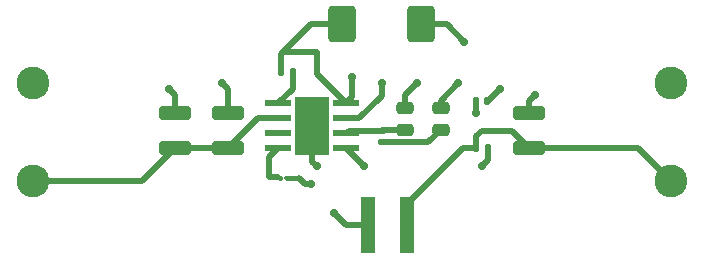
<source format=gtl>
%TF.GenerationSoftware,KiCad,Pcbnew,9.0.4*%
%TF.CreationDate,2025-09-24T03:04:27+03:00*%
%TF.ProjectId,TPS54331DDAR_Buck_converter,54505335-3433-4333-9144-4441525f4275,rev?*%
%TF.SameCoordinates,Original*%
%TF.FileFunction,Copper,L1,Top*%
%TF.FilePolarity,Positive*%
%FSLAX46Y46*%
G04 Gerber Fmt 4.6, Leading zero omitted, Abs format (unit mm)*
G04 Created by KiCad (PCBNEW 9.0.4) date 2025-09-24 03:04:27*
%MOMM*%
%LPD*%
G01*
G04 APERTURE LIST*
G04 Aperture macros list*
%AMRoundRect*
0 Rectangle with rounded corners*
0 $1 Rounding radius*
0 $2 $3 $4 $5 $6 $7 $8 $9 X,Y pos of 4 corners*
0 Add a 4 corners polygon primitive as box body*
4,1,4,$2,$3,$4,$5,$6,$7,$8,$9,$2,$3,0*
0 Add four circle primitives for the rounded corners*
1,1,$1+$1,$2,$3*
1,1,$1+$1,$4,$5*
1,1,$1+$1,$6,$7*
1,1,$1+$1,$8,$9*
0 Add four rect primitives between the rounded corners*
20,1,$1+$1,$2,$3,$4,$5,0*
20,1,$1+$1,$4,$5,$6,$7,0*
20,1,$1+$1,$6,$7,$8,$9,0*
20,1,$1+$1,$8,$9,$2,$3,0*%
G04 Aperture macros list end*
%TA.AperFunction,SMDPad,CuDef*%
%ADD10RoundRect,0.250000X1.100000X-0.325000X1.100000X0.325000X-1.100000X0.325000X-1.100000X-0.325000X0*%
%TD*%
%TA.AperFunction,SMDPad,CuDef*%
%ADD11RoundRect,0.100000X-0.130000X-0.100000X0.130000X-0.100000X0.130000X0.100000X-0.130000X0.100000X0*%
%TD*%
%TA.AperFunction,SMDPad,CuDef*%
%ADD12RoundRect,0.140000X-0.140000X-0.170000X0.140000X-0.170000X0.140000X0.170000X-0.140000X0.170000X0*%
%TD*%
%TA.AperFunction,ComponentPad*%
%ADD13C,2.775000*%
%TD*%
%TA.AperFunction,SMDPad,CuDef*%
%ADD14RoundRect,0.140000X-0.170000X0.140000X-0.170000X-0.140000X0.170000X-0.140000X0.170000X0.140000X0*%
%TD*%
%TA.AperFunction,SMDPad,CuDef*%
%ADD15R,2.200000X0.500000*%
%TD*%
%TA.AperFunction,SMDPad,CuDef*%
%ADD16RoundRect,0.025000X-1.075000X-0.225000X1.075000X-0.225000X1.075000X0.225000X-1.075000X0.225000X0*%
%TD*%
%TA.AperFunction,SMDPad,CuDef*%
%ADD17R,2.950000X4.900000*%
%TD*%
%TA.AperFunction,ComponentPad*%
%ADD18C,0.430000*%
%TD*%
%TA.AperFunction,SMDPad,CuDef*%
%ADD19RoundRect,0.250000X0.475000X-0.250000X0.475000X0.250000X-0.475000X0.250000X-0.475000X-0.250000X0*%
%TD*%
%TA.AperFunction,SMDPad,CuDef*%
%ADD20R,1.180000X4.700000*%
%TD*%
%TA.AperFunction,SMDPad,CuDef*%
%ADD21RoundRect,0.291250X-0.873750X-1.243750X0.873750X-1.243750X0.873750X1.243750X-0.873750X1.243750X0*%
%TD*%
%TA.AperFunction,ViaPad*%
%ADD22C,0.700000*%
%TD*%
%TA.AperFunction,Conductor*%
%ADD23C,0.500000*%
%TD*%
%TA.AperFunction,Conductor*%
%ADD24C,0.400000*%
%TD*%
G04 APERTURE END LIST*
D10*
%TO.P,Cin2,1*%
%TO.N,VIN*%
X121000000Y-78975000D03*
%TO.P,Cin2,2*%
%TO.N,GND*%
X121000000Y-76025000D03*
%TD*%
D11*
%TO.P,Css1,1*%
%TO.N,Net-(U1-SS)*%
X125360000Y-81500000D03*
%TO.P,Css1,2*%
%TO.N,GND*%
X126000000Y-81500000D03*
%TD*%
D12*
%TO.P,Cboot1,1*%
%TO.N,Net-(U1-PH)*%
X125520000Y-72500000D03*
%TO.P,Cboot1,2*%
%TO.N,Net-(U1-BOOT)*%
X126480000Y-72500000D03*
%TD*%
D13*
%TO.P,J2,1,Pin_1*%
%TO.N,GND*%
X158500000Y-73500000D03*
%TO.P,J2,2,Pin_2*%
%TO.N,VOUT*%
X158500000Y-81750000D03*
%TD*%
D10*
%TO.P,Cout1,1*%
%TO.N,VOUT*%
X146500000Y-78975000D03*
%TO.P,Cout1,2*%
%TO.N,GND*%
X146500000Y-76025000D03*
%TD*%
D14*
%TO.P,Rcomp1,1*%
%TO.N,/COMP*%
X134000000Y-77520000D03*
%TO.P,Rcomp1,2*%
%TO.N,Net-(Ccomp2-Pad1)*%
X134000000Y-78480000D03*
%TD*%
D15*
%TO.P,U1,1,BOOT*%
%TO.N,Net-(U1-BOOT)*%
X125250000Y-75190000D03*
%TO.P,U1,2,VIN*%
%TO.N,VIN*%
X125250000Y-76460000D03*
%TO.P,U1,3,EN*%
%TO.N,unconnected-(U1-EN-Pad3)*%
X125250000Y-77730000D03*
%TO.P,U1,4,SS*%
%TO.N,Net-(U1-SS)*%
X125250000Y-79000000D03*
D16*
%TO.P,U1,5,VSENSE*%
%TO.N,/VFB*%
X131000000Y-79000000D03*
%TO.P,U1,6,COMP*%
%TO.N,/COMP*%
X131000000Y-77730000D03*
%TO.P,U1,7,GND*%
%TO.N,GND*%
X131000000Y-76460000D03*
%TO.P,U1,8,PH*%
%TO.N,Net-(U1-PH)*%
X131000000Y-75190000D03*
D17*
%TO.P,U1,9,POWERPAD*%
%TO.N,GND*%
X128125000Y-77095000D03*
D18*
%TO.P,U1,10*%
%TO.N,N/C*%
X127475000Y-75795000D03*
%TO.P,U1,11*%
X128775000Y-75795000D03*
%TO.P,U1,12*%
X127475000Y-77095000D03*
%TO.P,U1,13*%
X128775000Y-77095000D03*
%TO.P,U1,14*%
X127475000Y-78395000D03*
%TO.P,U1,15*%
X128775000Y-78395000D03*
%TD*%
D12*
%TO.P,Rfbt1,1*%
%TO.N,VOUT*%
X142020000Y-79000000D03*
%TO.P,Rfbt1,2*%
%TO.N,/VFB*%
X142980000Y-79000000D03*
%TD*%
D10*
%TO.P,Cin1,1*%
%TO.N,VIN*%
X116500000Y-78950000D03*
%TO.P,Cin1,2*%
%TO.N,GND*%
X116500000Y-76000000D03*
%TD*%
D12*
%TO.P,Rfbb1,1*%
%TO.N,/VFB*%
X142000000Y-75000000D03*
%TO.P,Rfbb1,2*%
%TO.N,GND*%
X142960000Y-75000000D03*
%TD*%
D19*
%TO.P,Ccomp1,1*%
%TO.N,/COMP*%
X136000000Y-77450000D03*
%TO.P,Ccomp1,2*%
%TO.N,GND*%
X136000000Y-75550000D03*
%TD*%
D20*
%TO.P,L1,1,1*%
%TO.N,Net-(U1-PH)*%
X132845000Y-85500000D03*
%TO.P,L1,2,2*%
%TO.N,VOUT*%
X136155000Y-85500000D03*
%TD*%
D13*
%TO.P,J1,1,Pin_1*%
%TO.N,VIN*%
X104500000Y-81750000D03*
%TO.P,J1,2,Pin_2*%
%TO.N,GND*%
X104500000Y-73500000D03*
%TD*%
D19*
%TO.P,Ccomp2,1*%
%TO.N,Net-(Ccomp2-Pad1)*%
X139000000Y-77450000D03*
%TO.P,Ccomp2,2*%
%TO.N,GND*%
X139000000Y-75550000D03*
%TD*%
D21*
%TO.P,D1,A*%
%TO.N,GND*%
X137365000Y-68500000D03*
%TO.P,D1,C*%
%TO.N,Net-(U1-PH)*%
X130635000Y-68500000D03*
%TD*%
D22*
%TO.N,Net-(U1-PH)*%
X131500000Y-73000000D03*
X130000000Y-84500000D03*
%TO.N,GND*%
X137000000Y-73500000D03*
X144000000Y-74000000D03*
X147000000Y-74500000D03*
X128500000Y-80500000D03*
X134000000Y-73500000D03*
X140500000Y-73500000D03*
X120500000Y-73500000D03*
X128000000Y-82000000D03*
X141000000Y-70000000D03*
X116000000Y-74000000D03*
%TO.N,/VFB*%
X142500000Y-80500000D03*
X132500000Y-80500000D03*
X142000000Y-76000000D03*
%TD*%
D23*
%TO.N,Net-(U1-PH)*%
X130635000Y-68500000D02*
X128000000Y-68500000D01*
X125520000Y-72500000D02*
X125520000Y-72190001D01*
X131500000Y-74690000D02*
X131000000Y-75190000D01*
X131500000Y-73000000D02*
X131500000Y-74690000D01*
X128500000Y-72690000D02*
X131000000Y-75190000D01*
X132845000Y-85500000D02*
X131000000Y-85500000D01*
X125520000Y-72190001D02*
X125520000Y-70980000D01*
X125520000Y-70980000D02*
X125645000Y-70855000D01*
X131000000Y-85500000D02*
X130000000Y-84500000D01*
X128000000Y-68500000D02*
X125520000Y-70980000D01*
X125645000Y-70855000D02*
X128500000Y-70855000D01*
X128500000Y-70855000D02*
X128500000Y-72690000D01*
%TO.N,Net-(U1-BOOT)*%
X126480000Y-73960000D02*
X125250000Y-75190000D01*
X126480000Y-72500000D02*
X126480000Y-73960000D01*
%TO.N,/COMP*%
X136000000Y-77450000D02*
X134070000Y-77450000D01*
X134070000Y-77450000D02*
X134000000Y-77520000D01*
X134000000Y-77520000D02*
X131210000Y-77520000D01*
X131210000Y-77520000D02*
X131000000Y-77730000D01*
%TO.N,GND*%
X116500000Y-74500000D02*
X116000000Y-74000000D01*
X137365000Y-68500000D02*
X139500000Y-68500000D01*
X136000000Y-74500000D02*
X137000000Y-73500000D01*
X131000000Y-76460000D02*
X132100000Y-76460000D01*
X142960000Y-75000000D02*
X143000000Y-75000000D01*
X128125000Y-80125000D02*
X128500000Y-80500000D01*
D24*
X126000000Y-81500000D02*
X127000000Y-81500000D01*
D23*
X121000000Y-74000000D02*
X120500000Y-73500000D01*
X128000000Y-82000000D02*
X127500000Y-82000000D01*
X116500000Y-76000000D02*
X116500000Y-74500000D01*
X146500000Y-75000000D02*
X147000000Y-74500000D01*
X121000000Y-76025000D02*
X121000000Y-74000000D01*
X128125000Y-77095000D02*
X128125000Y-80125000D01*
X146500000Y-76025000D02*
X146500000Y-75000000D01*
X139500000Y-68500000D02*
X141000000Y-70000000D01*
X139000000Y-75550000D02*
X139000000Y-75000000D01*
X127500000Y-82000000D02*
X127000000Y-81500000D01*
X134000000Y-74560000D02*
X134000000Y-73500000D01*
X143000000Y-75000000D02*
X144000000Y-74000000D01*
X132100000Y-76460000D02*
X134000000Y-74560000D01*
X139000000Y-75000000D02*
X140500000Y-73500000D01*
X136000000Y-75550000D02*
X136000000Y-74500000D01*
%TO.N,Net-(Ccomp2-Pad1)*%
X139000000Y-77450000D02*
X137970000Y-78480000D01*
X137970000Y-78480000D02*
X134000000Y-78480000D01*
%TO.N,VIN*%
X123515000Y-76460000D02*
X125250000Y-76460000D01*
X121000000Y-78975000D02*
X123515000Y-76460000D01*
X104500000Y-81750000D02*
X113700000Y-81750000D01*
X113700000Y-81750000D02*
X116500000Y-78950000D01*
X116500000Y-78950000D02*
X120975000Y-78950000D01*
X120975000Y-78950000D02*
X121000000Y-78975000D01*
%TO.N,VOUT*%
X142500000Y-77500000D02*
X145025000Y-77500000D01*
X145025000Y-77500000D02*
X146500000Y-78975000D01*
X146500000Y-78975000D02*
X155725000Y-78975000D01*
X142020000Y-77980000D02*
X142500000Y-77500000D01*
X155725000Y-78975000D02*
X158500000Y-81750000D01*
X142020000Y-79000000D02*
X142020000Y-77980000D01*
X140895000Y-79000000D02*
X142020000Y-79000000D01*
X136155000Y-83740000D02*
X140895000Y-79000000D01*
X136155000Y-85500000D02*
X136155000Y-83740000D01*
D24*
%TO.N,Net-(U1-SS)*%
X125250000Y-81390000D02*
X125360000Y-81500000D01*
D23*
X124500000Y-79750000D02*
X124500000Y-81390000D01*
X125250000Y-79000000D02*
X124500000Y-79750000D01*
X124500000Y-81390000D02*
X125250000Y-81390000D01*
%TO.N,/VFB*%
X142000000Y-75000000D02*
X142000000Y-76000000D01*
X142500000Y-80500000D02*
X142980000Y-80020000D01*
X142980000Y-80020000D02*
X142980000Y-79000000D01*
X132500000Y-80500000D02*
X131000000Y-79000000D01*
%TD*%
M02*

</source>
